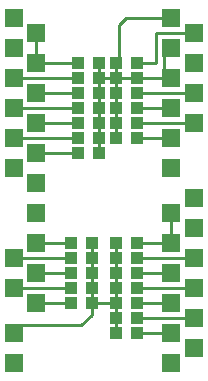
<source format=gbr>
G04 DesignSpark PCB Gerber Version 9.0 Build 5115 *
G04 #@! TF.Part,Single*
G04 #@! TF.FileFunction,Copper,L2,Bot *
G04 #@! TF.FilePolarity,Positive *
%FSLAX35Y35*%
%MOIN*%
G04 #@! TA.AperFunction,SMDPad,CuDef*
%ADD71R,0.03940X0.04330*%
G04 #@! TA.AperFunction,ComponentPad*
%ADD13R,0.06000X0.06000*%
G04 #@! TD.AperFunction*
%ADD10C,0.01000*%
G04 #@! TA.AperFunction,SMDPad,CuDef*
%ADD20R,0.04291X0.03937*%
X0Y0D02*
D02*
D10*
X20250Y44996D02*
X39250D01*
X20250Y54996D02*
X39250D01*
X27750Y39996D02*
X39250D01*
X27750Y49996D02*
X39250D01*
X27750Y119996D02*
Y129996D01*
X39250Y59996D02*
X27750D01*
X41750Y89996D02*
X27750D01*
X41750Y94996D02*
X20250D01*
X41750Y99996D02*
X27750D01*
X41750Y104996D02*
X20250D01*
X41750Y109996D02*
X27750D01*
X41750Y114996D02*
X20250D01*
X41750Y119996D02*
X27750D01*
X46250Y39996D02*
X54250D01*
X46250D02*
Y44996D01*
Y39996D02*
Y35996D01*
X42750Y32496*
X22750*
X20250Y29996*
X46250Y44996D02*
Y49996D01*
Y54996*
Y59996D02*
Y54996D01*
X48750Y89996D02*
Y94996D01*
Y99996*
Y104996*
Y109996*
Y114996*
X54250*
X48750Y119996D02*
Y114996D01*
X54250Y29996D02*
Y34996D01*
Y39996D02*
Y34996D01*
Y39996D02*
Y44996D01*
Y49996*
Y54996*
Y59996D02*
Y54996D01*
Y94996D02*
Y99996D01*
Y104996*
Y109996*
Y114996*
X70250*
Y122496*
X54250Y119996D02*
Y114996D01*
X61250Y29996D02*
X72750D01*
X61250Y59996D02*
X72750D01*
X61250Y94996D02*
X72750D01*
X61250Y109996D02*
X80250D01*
X61250Y114996D02*
X72750D01*
X70250Y122496D02*
X72750Y124996D01*
Y39996D02*
X61250D01*
X72750Y49996D02*
X61250D01*
X72750Y69996D02*
Y59996D01*
Y104996D02*
X61250D01*
X72750Y134996D02*
X57750D01*
X55250Y132496*
Y120996*
X54250Y119996*
X80250Y34996D02*
X61250D01*
X80250Y44996D02*
X61250D01*
X80250Y54996D02*
X61250D01*
X80250Y99996D02*
X61250D01*
X80250Y129996D02*
X67750D01*
Y119996*
X61250*
D02*
D13*
X20250Y19996D03*
Y29996D03*
Y44996D03*
Y54996D03*
Y84996D03*
Y94996D03*
Y104996D03*
Y114996D03*
Y124996D03*
Y134996D03*
X27750Y39996D03*
Y49996D03*
Y59996D03*
Y69996D03*
Y79996D03*
Y89996D03*
Y99996D03*
Y109996D03*
Y119996D03*
Y129996D03*
X72750Y19996D03*
Y29996D03*
Y39996D03*
Y49996D03*
Y59996D03*
Y69996D03*
Y84996D03*
Y94996D03*
Y104996D03*
Y114996D03*
Y124996D03*
Y134996D03*
X80250Y24996D03*
Y34996D03*
Y44996D03*
Y54996D03*
Y64996D03*
Y74996D03*
Y99996D03*
Y109996D03*
Y119996D03*
Y129996D03*
D02*
D71*
X39250Y39996D03*
Y44996D03*
Y49996D03*
Y54996D03*
Y59996D03*
X41750Y89996D03*
Y94996D03*
Y119996D03*
X46250Y39996D03*
Y44996D03*
Y49996D03*
Y54996D03*
Y59996D03*
X48750Y89996D03*
Y94996D03*
Y119996D03*
X54250Y29996D03*
Y34996D03*
Y39996D03*
Y44996D03*
Y49996D03*
Y54996D03*
Y59996D03*
Y94996D03*
Y119996D03*
X61250Y29996D03*
Y34996D03*
Y39996D03*
Y44996D03*
Y49996D03*
Y54996D03*
Y59996D03*
Y94996D03*
Y119996D03*
D02*
D20*
X41750Y99996D03*
Y104996D03*
Y109996D03*
Y114996D03*
X48750Y99996D03*
Y104996D03*
Y109996D03*
Y114996D03*
X54250Y99996D03*
Y104996D03*
Y109996D03*
Y114996D03*
X61250Y99996D03*
Y104996D03*
Y109996D03*
Y114996D03*
X0Y0D02*
M02*

</source>
